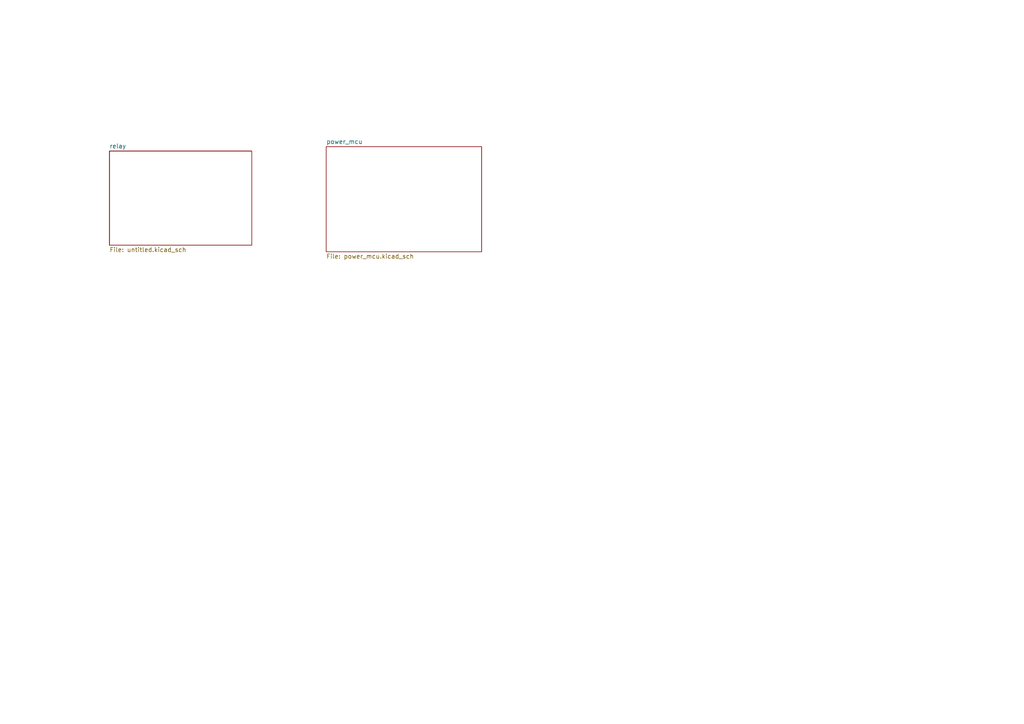
<source format=kicad_sch>
(kicad_sch (version 20230121) (generator eeschema)

  (uuid 5e3ebd6c-32bd-44bb-97aa-6a80058c389b)

  (paper "A4")

  (lib_symbols
  )


  (sheet (at 94.615 42.545) (size 45.085 30.48) (fields_autoplaced)
    (stroke (width 0.1524) (type solid))
    (fill (color 0 0 0 0.0000))
    (uuid 34acddbb-ebf9-4371-800d-631a0c391377)
    (property "Sheetname" "power_mcu" (at 94.615 41.8334 0)
      (effects (font (size 1.27 1.27)) (justify left bottom))
    )
    (property "Sheetfile" "power_mcu.kicad_sch" (at 94.615 73.6096 0)
      (effects (font (size 1.27 1.27)) (justify left top))
    )
    (instances
      (project "16_relay_c3_lm2576"
        (path "/5e3ebd6c-32bd-44bb-97aa-6a80058c389b" (page "3"))
      )
    )
  )

  (sheet (at 31.75 43.815) (size 41.275 27.305) (fields_autoplaced)
    (stroke (width 0.1524) (type solid))
    (fill (color 0 0 0 0.0000))
    (uuid f253a19c-672d-4ae6-9d76-7fa1f4062e27)
    (property "Sheetname" "relay" (at 31.75 43.1034 0)
      (effects (font (size 1.27 1.27)) (justify left bottom))
    )
    (property "Sheetfile" "untitled.kicad_sch" (at 31.75 71.7046 0)
      (effects (font (size 1.27 1.27)) (justify left top))
    )
    (instances
      (project "16_relay_c3_lm2576"
        (path "/5e3ebd6c-32bd-44bb-97aa-6a80058c389b" (page "2"))
      )
    )
  )

  (sheet_instances
    (path "/" (page "1"))
  )
)

</source>
